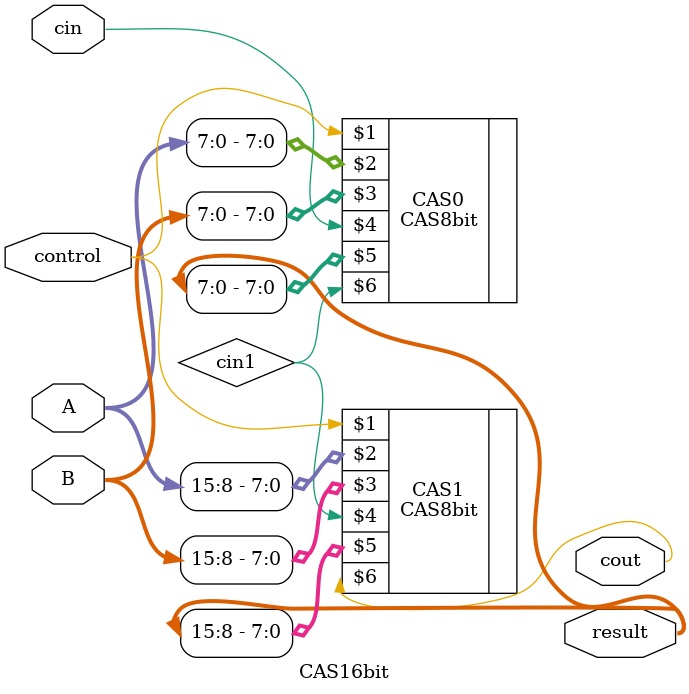
<source format=v>
module CAS16bit(control, A, B , cin, result, cout);
    input [15:0] A, B;
    input control, cin;
    output [15:0] result;
    output cout;
    wire cin1;

    CAS8bit CAS0 (control, A[7:0], B[7:0], cin, result[7:0], cin1);
    CAS8bit CAS1 (control, A[15:8], B[15:8], cin1, result[15:8], cout);
endmodule


</source>
